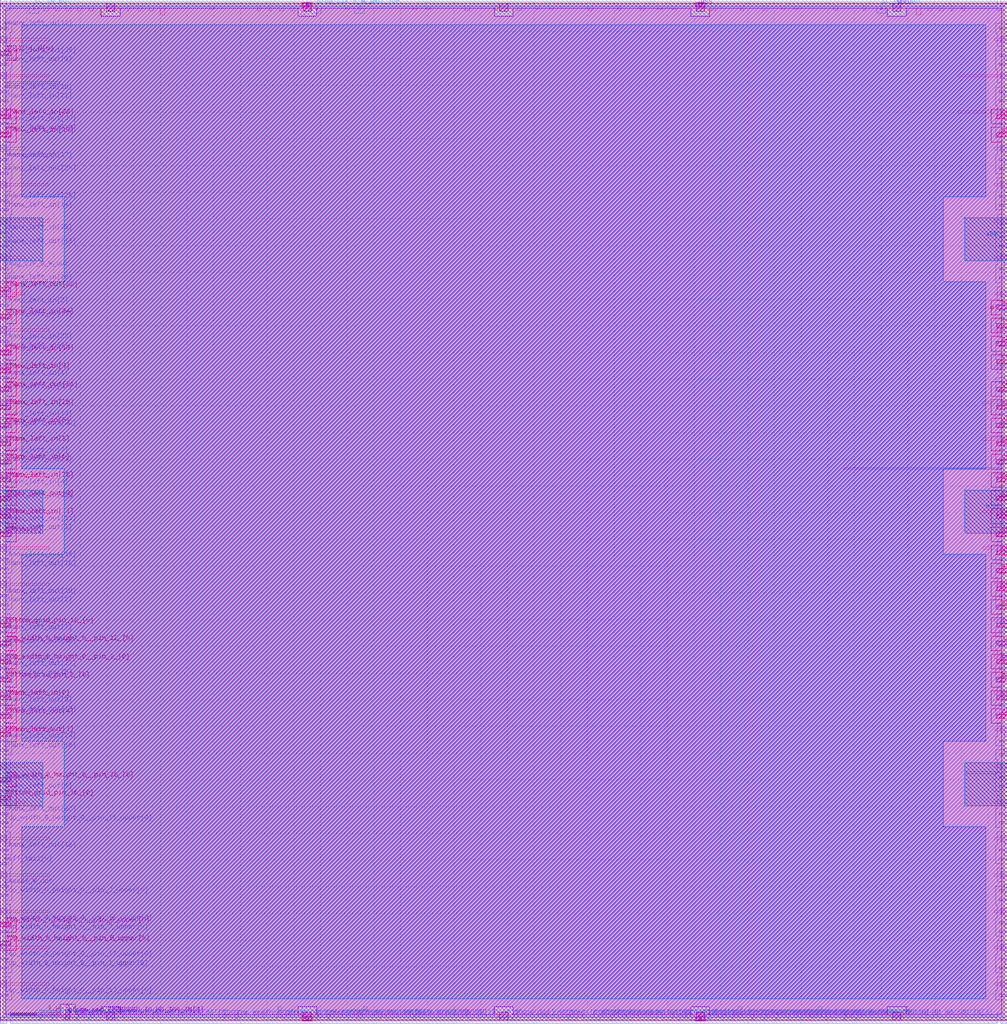
<source format=lef>
VERSION 5.7 ;
BUSBITCHARS "[]" ;

UNITS
  DATABASE MICRONS 1000 ;
END UNITS

MANUFACTURINGGRID 0.005 ;

LAYER li1
  TYPE ROUTING ;
  DIRECTION VERTICAL ;
  PITCH 0.46 ;
  WIDTH 0.17 ;
END li1

LAYER mcon
  TYPE CUT ;
END mcon

LAYER met1
  TYPE ROUTING ;
  DIRECTION HORIZONTAL ;
  PITCH 0.34 ;
  WIDTH 0.14 ;
END met1

LAYER via
  TYPE CUT ;
END via

LAYER met2
  TYPE ROUTING ;
  DIRECTION VERTICAL ;
  PITCH 0.46 ;
  WIDTH 0.14 ;
END met2

LAYER via2
  TYPE CUT ;
END via2

LAYER met3
  TYPE ROUTING ;
  DIRECTION HORIZONTAL ;
  PITCH 0.68 ;
  WIDTH 0.3 ;
END met3

LAYER via3
  TYPE CUT ;
END via3

LAYER met4
  TYPE ROUTING ;
  DIRECTION VERTICAL ;
  PITCH 0.92 ;
  WIDTH 0.3 ;
END met4

LAYER via4
  TYPE CUT ;
END via4

LAYER met5
  TYPE ROUTING ;
  DIRECTION HORIZONTAL ;
  PITCH 3.4 ;
  WIDTH 1.6 ;
END met5

LAYER nwell
  TYPE MASTERSLICE ;
END nwell

LAYER pwell
  TYPE MASTERSLICE ;
END pwell

LAYER OVERLAP
  TYPE OVERLAP ;
END OVERLAP

VIA L1M1_PR
  LAYER li1 ;
    RECT -0.085 -0.085 0.085 0.085 ;
  LAYER mcon ;
    RECT -0.085 -0.085 0.085 0.085 ;
  LAYER met1 ;
    RECT -0.145 -0.115 0.145 0.115 ;
END L1M1_PR

VIA L1M1_PR_R
  LAYER li1 ;
    RECT -0.085 -0.085 0.085 0.085 ;
  LAYER mcon ;
    RECT -0.085 -0.085 0.085 0.085 ;
  LAYER met1 ;
    RECT -0.115 -0.145 0.115 0.145 ;
END L1M1_PR_R

VIA L1M1_PR_M
  LAYER li1 ;
    RECT -0.085 -0.085 0.085 0.085 ;
  LAYER mcon ;
    RECT -0.085 -0.085 0.085 0.085 ;
  LAYER met1 ;
    RECT -0.115 -0.145 0.115 0.145 ;
END L1M1_PR_M

VIA L1M1_PR_MR
  LAYER li1 ;
    RECT -0.085 -0.085 0.085 0.085 ;
  LAYER mcon ;
    RECT -0.085 -0.085 0.085 0.085 ;
  LAYER met1 ;
    RECT -0.145 -0.115 0.145 0.115 ;
END L1M1_PR_MR

VIA L1M1_PR_C
  LAYER li1 ;
    RECT -0.085 -0.085 0.085 0.085 ;
  LAYER mcon ;
    RECT -0.085 -0.085 0.085 0.085 ;
  LAYER met1 ;
    RECT -0.145 -0.145 0.145 0.145 ;
END L1M1_PR_C

VIA M1M2_PR
  LAYER met1 ;
    RECT -0.16 -0.13 0.16 0.13 ;
  LAYER via ;
    RECT -0.075 -0.075 0.075 0.075 ;
  LAYER met2 ;
    RECT -0.13 -0.16 0.13 0.16 ;
END M1M2_PR

VIA M1M2_PR_Enc
  LAYER met1 ;
    RECT -0.16 -0.13 0.16 0.13 ;
  LAYER via ;
    RECT -0.075 -0.075 0.075 0.075 ;
  LAYER met2 ;
    RECT -0.16 -0.13 0.16 0.13 ;
END M1M2_PR_Enc

VIA M1M2_PR_R
  LAYER met1 ;
    RECT -0.13 -0.16 0.13 0.16 ;
  LAYER via ;
    RECT -0.075 -0.075 0.075 0.075 ;
  LAYER met2 ;
    RECT -0.16 -0.13 0.16 0.13 ;
END M1M2_PR_R

VIA M1M2_PR_R_Enc
  LAYER met1 ;
    RECT -0.13 -0.16 0.13 0.16 ;
  LAYER via ;
    RECT -0.075 -0.075 0.075 0.075 ;
  LAYER met2 ;
    RECT -0.13 -0.16 0.13 0.16 ;
END M1M2_PR_R_Enc

VIA M1M2_PR_M
  LAYER met1 ;
    RECT -0.16 -0.13 0.16 0.13 ;
  LAYER via ;
    RECT -0.075 -0.075 0.075 0.075 ;
  LAYER met2 ;
    RECT -0.16 -0.13 0.16 0.13 ;
END M1M2_PR_M

VIA M1M2_PR_M_Enc
  LAYER met1 ;
    RECT -0.16 -0.13 0.16 0.13 ;
  LAYER via ;
    RECT -0.075 -0.075 0.075 0.075 ;
  LAYER met2 ;
    RECT -0.13 -0.16 0.13 0.16 ;
END M1M2_PR_M_Enc

VIA M1M2_PR_MR
  LAYER met1 ;
    RECT -0.13 -0.16 0.13 0.16 ;
  LAYER via ;
    RECT -0.075 -0.075 0.075 0.075 ;
  LAYER met2 ;
    RECT -0.13 -0.16 0.13 0.16 ;
END M1M2_PR_MR

VIA M1M2_PR_MR_Enc
  LAYER met1 ;
    RECT -0.13 -0.16 0.13 0.16 ;
  LAYER via ;
    RECT -0.075 -0.075 0.075 0.075 ;
  LAYER met2 ;
    RECT -0.16 -0.13 0.16 0.13 ;
END M1M2_PR_MR_Enc

VIA M1M2_PR_C
  LAYER met1 ;
    RECT -0.16 -0.16 0.16 0.16 ;
  LAYER via ;
    RECT -0.075 -0.075 0.075 0.075 ;
  LAYER met2 ;
    RECT -0.16 -0.16 0.16 0.16 ;
END M1M2_PR_C

VIA M2M3_PR
  LAYER met2 ;
    RECT -0.14 -0.185 0.14 0.185 ;
  LAYER via2 ;
    RECT -0.1 -0.1 0.1 0.1 ;
  LAYER met3 ;
    RECT -0.165 -0.165 0.165 0.165 ;
END M2M3_PR

VIA M2M3_PR_R
  LAYER met2 ;
    RECT -0.185 -0.14 0.185 0.14 ;
  LAYER via2 ;
    RECT -0.1 -0.1 0.1 0.1 ;
  LAYER met3 ;
    RECT -0.165 -0.165 0.165 0.165 ;
END M2M3_PR_R

VIA M2M3_PR_M
  LAYER met2 ;
    RECT -0.14 -0.185 0.14 0.185 ;
  LAYER via2 ;
    RECT -0.1 -0.1 0.1 0.1 ;
  LAYER met3 ;
    RECT -0.165 -0.165 0.165 0.165 ;
END M2M3_PR_M

VIA M2M3_PR_MR
  LAYER met2 ;
    RECT -0.185 -0.14 0.185 0.14 ;
  LAYER via2 ;
    RECT -0.1 -0.1 0.1 0.1 ;
  LAYER met3 ;
    RECT -0.165 -0.165 0.165 0.165 ;
END M2M3_PR_MR

VIA M2M3_PR_C
  LAYER met2 ;
    RECT -0.185 -0.185 0.185 0.185 ;
  LAYER via2 ;
    RECT -0.1 -0.1 0.1 0.1 ;
  LAYER met3 ;
    RECT -0.165 -0.165 0.165 0.165 ;
END M2M3_PR_C

VIA M3M4_PR
  LAYER met3 ;
    RECT -0.19 -0.16 0.19 0.16 ;
  LAYER via3 ;
    RECT -0.1 -0.1 0.1 0.1 ;
  LAYER met4 ;
    RECT -0.165 -0.165 0.165 0.165 ;
END M3M4_PR

VIA M3M4_PR_R
  LAYER met3 ;
    RECT -0.16 -0.19 0.16 0.19 ;
  LAYER via3 ;
    RECT -0.1 -0.1 0.1 0.1 ;
  LAYER met4 ;
    RECT -0.165 -0.165 0.165 0.165 ;
END M3M4_PR_R

VIA M3M4_PR_M
  LAYER met3 ;
    RECT -0.19 -0.16 0.19 0.16 ;
  LAYER via3 ;
    RECT -0.1 -0.1 0.1 0.1 ;
  LAYER met4 ;
    RECT -0.165 -0.165 0.165 0.165 ;
END M3M4_PR_M

VIA M3M4_PR_MR
  LAYER met3 ;
    RECT -0.16 -0.19 0.16 0.19 ;
  LAYER via3 ;
    RECT -0.1 -0.1 0.1 0.1 ;
  LAYER met4 ;
    RECT -0.165 -0.165 0.165 0.165 ;
END M3M4_PR_MR

VIA M3M4_PR_C
  LAYER met3 ;
    RECT -0.19 -0.19 0.19 0.19 ;
  LAYER via3 ;
    RECT -0.1 -0.1 0.1 0.1 ;
  LAYER met4 ;
    RECT -0.165 -0.165 0.165 0.165 ;
END M3M4_PR_C

VIA M4M5_PR
  LAYER met4 ;
    RECT -0.59 -0.59 0.59 0.59 ;
  LAYER via4 ;
    RECT -0.4 -0.4 0.4 0.4 ;
  LAYER met5 ;
    RECT -0.71 -0.71 0.71 0.71 ;
END M4M5_PR

VIA M4M5_PR_R
  LAYER met4 ;
    RECT -0.59 -0.59 0.59 0.59 ;
  LAYER via4 ;
    RECT -0.4 -0.4 0.4 0.4 ;
  LAYER met5 ;
    RECT -0.71 -0.71 0.71 0.71 ;
END M4M5_PR_R

VIA M4M5_PR_M
  LAYER met4 ;
    RECT -0.59 -0.59 0.59 0.59 ;
  LAYER via4 ;
    RECT -0.4 -0.4 0.4 0.4 ;
  LAYER met5 ;
    RECT -0.71 -0.71 0.71 0.71 ;
END M4M5_PR_M

VIA M4M5_PR_MR
  LAYER met4 ;
    RECT -0.59 -0.59 0.59 0.59 ;
  LAYER via4 ;
    RECT -0.4 -0.4 0.4 0.4 ;
  LAYER met5 ;
    RECT -0.71 -0.71 0.71 0.71 ;
END M4M5_PR_MR

VIA M4M5_PR_C
  LAYER met4 ;
    RECT -0.59 -0.59 0.59 0.59 ;
  LAYER via4 ;
    RECT -0.4 -0.4 0.4 0.4 ;
  LAYER met5 ;
    RECT -0.71 -0.71 0.71 0.71 ;
END M4M5_PR_C

SITE unit
  CLASS CORE ;
  SYMMETRY Y ;
  SIZE 0.46 BY 2.72 ;
END unit

SITE unithddbl
  CLASS CORE ;
  SIZE 0.46 BY 5.44 ;
END unithddbl

MACRO cbx_1__0_
  CLASS BLOCK ;
  ORIGIN 0 0 ;
  SIZE 75.44 BY 76.16 ;
  SYMMETRY X Y ;
  PIN pReset[0]
    DIRECTION INPUT ;
    USE SIGNAL ;
    PORT
      LAYER met3 ;
        RECT 0 36.23 0.8 36.53 ;
    END
  END pReset[0]
  PIN chanx_left_in[0]
    DIRECTION INPUT ;
    USE SIGNAL ;
    PORT
      LAYER met3 ;
        RECT 0 23.99 0.8 24.29 ;
    END
  END chanx_left_in[0]
  PIN chanx_left_in[1]
    DIRECTION INPUT ;
    USE SIGNAL ;
    PORT
      LAYER met1 ;
        RECT 0 48.04 0.595 48.18 ;
    END
  END chanx_left_in[1]
  PIN chanx_left_in[2]
    DIRECTION INPUT ;
    USE SIGNAL ;
    PORT
      LAYER met1 ;
        RECT 0 53.48 0.595 53.62 ;
    END
  END chanx_left_in[2]
  PIN chanx_left_in[3]
    DIRECTION INPUT ;
    USE SIGNAL ;
    PORT
      LAYER met3 ;
        RECT 0 43.03 0.8 43.33 ;
    END
  END chanx_left_in[3]
  PIN chanx_left_in[4]
    DIRECTION INPUT ;
    USE SIGNAL ;
    PORT
      LAYER met1 ;
        RECT 0 39.88 0.595 40.02 ;
    END
  END chanx_left_in[4]
  PIN chanx_left_in[5]
    DIRECTION INPUT ;
    USE SIGNAL ;
    PORT
      LAYER met3 ;
        RECT 0 44.39 0.8 44.69 ;
    END
  END chanx_left_in[5]
  PIN chanx_left_in[6]
    DIRECTION INPUT ;
    USE SIGNAL ;
    PORT
      LAYER met3 ;
        RECT 0 41.67 0.8 41.97 ;
    END
  END chanx_left_in[6]
  PIN chanx_left_in[7]
    DIRECTION INPUT ;
    USE SIGNAL ;
    PORT
      LAYER met1 ;
        RECT 0 42.26 0.595 42.4 ;
    END
  END chanx_left_in[7]
  PIN chanx_left_in[8]
    DIRECTION INPUT ;
    USE SIGNAL ;
    PORT
      LAYER met3 ;
        RECT 0 48.47 0.8 48.77 ;
    END
  END chanx_left_in[8]
  PIN chanx_left_in[9]
    DIRECTION INPUT ;
    USE SIGNAL ;
    PORT
      LAYER met1 ;
        RECT 0 50.08 0.595 50.22 ;
    END
  END chanx_left_in[9]
  PIN chanx_left_in[10]
    DIRECTION INPUT ;
    USE SIGNAL ;
    PORT
      LAYER met3 ;
        RECT 0 66.15 0.8 66.45 ;
    END
  END chanx_left_in[10]
  PIN chanx_left_in[11]
    DIRECTION INPUT ;
    USE SIGNAL ;
    PORT
      LAYER met3 ;
        RECT 0 37.59 0.8 37.89 ;
    END
  END chanx_left_in[11]
  PIN chanx_left_in[12]
    DIRECTION INPUT ;
    USE SIGNAL ;
    PORT
      LAYER met1 ;
        RECT 0 74.22 0.595 74.36 ;
    END
  END chanx_left_in[12]
  PIN chanx_left_in[13]
    DIRECTION INPUT ;
    USE SIGNAL ;
    PORT
      LAYER met1 ;
        RECT 0 41.58 0.595 41.72 ;
    END
  END chanx_left_in[13]
  PIN chanx_left_in[14]
    DIRECTION INPUT ;
    USE SIGNAL ;
    PORT
      LAYER met1 ;
        RECT 0 60.62 0.595 60.76 ;
    END
  END chanx_left_in[14]
  PIN chanx_left_in[15]
    DIRECTION INPUT ;
    USE SIGNAL ;
    PORT
      LAYER met1 ;
        RECT 0 52.46 0.595 52.6 ;
    END
  END chanx_left_in[15]
  PIN chanx_left_in[16]
    DIRECTION INPUT ;
    USE SIGNAL ;
    PORT
      LAYER met1 ;
        RECT 0 69.46 0.595 69.6 ;
    END
  END chanx_left_in[16]
  PIN chanx_left_in[17]
    DIRECTION INPUT ;
    USE SIGNAL ;
    PORT
      LAYER met1 ;
        RECT 0 64.36 0.595 64.5 ;
    END
  END chanx_left_in[17]
  PIN chanx_left_in[18]
    DIRECTION INPUT ;
    USE SIGNAL ;
    PORT
      LAYER met3 ;
        RECT 0 49.83 0.8 50.13 ;
    END
  END chanx_left_in[18]
  PIN chanx_left_in[19]
    DIRECTION INPUT ;
    USE SIGNAL ;
    PORT
      LAYER met1 ;
        RECT 0 44.98 0.595 45.12 ;
    END
  END chanx_left_in[19]
  PIN chanx_left_in[20]
    DIRECTION INPUT ;
    USE SIGNAL ;
    PORT
      LAYER met1 ;
        RECT 0 55.18 0.595 55.32 ;
    END
  END chanx_left_in[20]
  PIN chanx_left_in[21]
    DIRECTION INPUT ;
    USE SIGNAL ;
    PORT
      LAYER met1 ;
        RECT 0 68.78 0.595 68.92 ;
    END
  END chanx_left_in[21]
  PIN chanx_left_in[22]
    DIRECTION INPUT ;
    USE SIGNAL ;
    PORT
      LAYER met3 ;
        RECT 0 67.51 0.8 67.81 ;
    END
  END chanx_left_in[22]
  PIN chanx_left_in[23]
    DIRECTION INPUT ;
    USE SIGNAL ;
    PORT
      LAYER met1 ;
        RECT 0 50.76 0.595 50.9 ;
    END
  END chanx_left_in[23]
  PIN chanx_left_in[24]
    DIRECTION INPUT ;
    USE SIGNAL ;
    PORT
      LAYER met3 ;
        RECT 0 52.55 0.8 52.85 ;
    END
  END chanx_left_in[24]
  PIN chanx_left_in[25]
    DIRECTION INPUT ;
    USE SIGNAL ;
    PORT
      LAYER met1 ;
        RECT 0 38.86 0.595 39 ;
    END
  END chanx_left_in[25]
  PIN chanx_left_in[26]
    DIRECTION INPUT ;
    USE SIGNAL ;
    PORT
      LAYER met3 ;
        RECT 0 45.75 0.8 46.05 ;
    END
  END chanx_left_in[26]
  PIN chanx_left_in[27]
    DIRECTION INPUT ;
    USE SIGNAL ;
    PORT
      LAYER met1 ;
        RECT 0 47.02 0.595 47.16 ;
    END
  END chanx_left_in[27]
  PIN chanx_left_in[28]
    DIRECTION INPUT ;
    USE SIGNAL ;
    PORT
      LAYER met3 ;
        RECT 0 40.31 0.8 40.61 ;
    END
  END chanx_left_in[28]
  PIN chanx_left_in[29]
    DIRECTION INPUT ;
    USE SIGNAL ;
    PORT
      LAYER met1 ;
        RECT 0 58.92 0.595 59.06 ;
    END
  END chanx_left_in[29]
  PIN chanx_right_in[0]
    DIRECTION INPUT ;
    USE SIGNAL ;
    PORT
      LAYER met1 ;
        RECT 74.845 1.8 75.44 1.94 ;
    END
  END chanx_right_in[0]
  PIN chanx_right_in[1]
    DIRECTION INPUT ;
    USE SIGNAL ;
    PORT
      LAYER met1 ;
        RECT 74.845 37.16 75.44 37.3 ;
    END
  END chanx_right_in[1]
  PIN chanx_right_in[2]
    DIRECTION INPUT ;
    USE SIGNAL ;
    PORT
      LAYER met3 ;
        RECT 74.64 50.51 75.44 50.81 ;
    END
  END chanx_right_in[2]
  PIN chanx_right_in[3]
    DIRECTION INPUT ;
    USE SIGNAL ;
    PORT
      LAYER met1 ;
        RECT 74.845 39.2 75.44 39.34 ;
    END
  END chanx_right_in[3]
  PIN chanx_right_in[4]
    DIRECTION INPUT ;
    USE SIGNAL ;
    PORT
      LAYER met1 ;
        RECT 74.845 31.04 75.44 31.18 ;
    END
  END chanx_right_in[4]
  PIN chanx_right_in[5]
    DIRECTION INPUT ;
    USE SIGNAL ;
    PORT
      LAYER met3 ;
        RECT 74.64 47.11 75.44 47.41 ;
    END
  END chanx_right_in[5]
  PIN chanx_right_in[6]
    DIRECTION INPUT ;
    USE SIGNAL ;
    PORT
      LAYER met3 ;
        RECT 74.64 43.03 75.44 43.33 ;
    END
  END chanx_right_in[6]
  PIN chanx_right_in[7]
    DIRECTION INPUT ;
    USE SIGNAL ;
    PORT
      LAYER met3 ;
        RECT 74.64 45.75 75.44 46.05 ;
    END
  END chanx_right_in[7]
  PIN chanx_right_in[8]
    DIRECTION INPUT ;
    USE SIGNAL ;
    PORT
      LAYER met3 ;
        RECT 74.64 49.15 75.44 49.45 ;
    END
  END chanx_right_in[8]
  PIN chanx_right_in[9]
    DIRECTION INPUT ;
    USE SIGNAL ;
    PORT
      LAYER met1 ;
        RECT 74.845 47.02 75.44 47.16 ;
    END
  END chanx_right_in[9]
  PIN chanx_right_in[10]
    DIRECTION INPUT ;
    USE SIGNAL ;
    PORT
      LAYER met1 ;
        RECT 74.845 56.2 75.44 56.34 ;
    END
  END chanx_right_in[10]
  PIN chanx_right_in[11]
    DIRECTION INPUT ;
    USE SIGNAL ;
    PORT
      LAYER met1 ;
        RECT 74.845 45.32 75.44 45.46 ;
    END
  END chanx_right_in[11]
  PIN chanx_right_in[12]
    DIRECTION INPUT ;
    USE SIGNAL ;
    PORT
      LAYER met1 ;
        RECT 74.845 52.46 75.44 52.6 ;
    END
  END chanx_right_in[12]
  PIN chanx_right_in[13]
    DIRECTION INPUT ;
    USE SIGNAL ;
    PORT
      LAYER met1 ;
        RECT 74.845 41.92 75.44 42.06 ;
    END
  END chanx_right_in[13]
  PIN chanx_right_in[14]
    DIRECTION INPUT ;
    USE SIGNAL ;
    PORT
      LAYER met1 ;
        RECT 74.845 36.48 75.44 36.62 ;
    END
  END chanx_right_in[14]
  PIN chanx_right_in[15]
    DIRECTION INPUT ;
    USE SIGNAL ;
    PORT
      LAYER met1 ;
        RECT 74.845 47.7 75.44 47.84 ;
    END
  END chanx_right_in[15]
  PIN chanx_right_in[16]
    DIRECTION INPUT ;
    USE SIGNAL ;
    PORT
      LAYER met1 ;
        RECT 74.845 64.36 75.44 64.5 ;
    END
  END chanx_right_in[16]
  PIN chanx_right_in[17]
    DIRECTION INPUT ;
    USE SIGNAL ;
    PORT
      LAYER met1 ;
        RECT 74.845 66.4 75.44 66.54 ;
    END
  END chanx_right_in[17]
  PIN chanx_right_in[18]
    DIRECTION INPUT ;
    USE SIGNAL ;
    PORT
      LAYER met3 ;
        RECT 74.64 22.63 75.44 22.93 ;
    END
  END chanx_right_in[18]
  PIN chanx_right_in[19]
    DIRECTION INPUT ;
    USE SIGNAL ;
    PORT
      LAYER met1 ;
        RECT 74.845 50.42 75.44 50.56 ;
    END
  END chanx_right_in[19]
  PIN chanx_right_in[20]
    DIRECTION INPUT ;
    USE SIGNAL ;
    PORT
      LAYER met1 ;
        RECT 74.845 25.6 75.44 25.74 ;
    END
  END chanx_right_in[20]
  PIN chanx_right_in[21]
    DIRECTION INPUT ;
    USE SIGNAL ;
    PORT
      LAYER met1 ;
        RECT 74.845 57.9 75.44 58.04 ;
    END
  END chanx_right_in[21]
  PIN chanx_right_in[22]
    DIRECTION INPUT ;
    USE SIGNAL ;
    PORT
      LAYER met3 ;
        RECT 74.64 44.39 75.44 44.69 ;
    END
  END chanx_right_in[22]
  PIN chanx_right_in[23]
    DIRECTION INPUT ;
    USE SIGNAL ;
    PORT
      LAYER met1 ;
        RECT 74.845 44.64 75.44 44.78 ;
    END
  END chanx_right_in[23]
  PIN chanx_right_in[24]
    DIRECTION INPUT ;
    USE SIGNAL ;
    PORT
      LAYER met1 ;
        RECT 74.845 39.88 75.44 40.02 ;
    END
  END chanx_right_in[24]
  PIN chanx_right_in[25]
    DIRECTION INPUT ;
    USE SIGNAL ;
    PORT
      LAYER met1 ;
        RECT 74.845 23.56 75.44 23.7 ;
    END
  END chanx_right_in[25]
  PIN chanx_right_in[26]
    DIRECTION INPUT ;
    USE SIGNAL ;
    PORT
      LAYER met3 ;
        RECT 74.64 23.99 75.44 24.29 ;
    END
  END chanx_right_in[26]
  PIN chanx_right_in[27]
    DIRECTION INPUT ;
    USE SIGNAL ;
    PORT
      LAYER met1 ;
        RECT 74.845 27.98 75.44 28.12 ;
    END
  END chanx_right_in[27]
  PIN chanx_right_in[28]
    DIRECTION INPUT ;
    USE SIGNAL ;
    PORT
      LAYER met1 ;
        RECT 74.845 33.42 75.44 33.56 ;
    END
  END chanx_right_in[28]
  PIN chanx_right_in[29]
    DIRECTION INPUT ;
    USE SIGNAL ;
    PORT
      LAYER met1 ;
        RECT 74.845 55.52 75.44 55.66 ;
    END
  END chanx_right_in[29]
  PIN ccff_head[0]
    DIRECTION INPUT ;
    USE SIGNAL ;
    PORT
      LAYER met1 ;
        RECT 74.845 18.12 75.44 18.26 ;
    END
  END ccff_head[0]
  PIN chanx_left_out[0]
    DIRECTION OUTPUT ;
    USE SIGNAL ;
    PORT
      LAYER met1 ;
        RECT 0 23.56 0.595 23.7 ;
    END
  END chanx_left_out[0]
  PIN chanx_left_out[1]
    DIRECTION OUTPUT ;
    USE SIGNAL ;
    PORT
      LAYER met3 ;
        RECT 0 21.27 0.8 21.57 ;
    END
  END chanx_left_out[1]
  PIN chanx_left_out[2]
    DIRECTION OUTPUT ;
    USE SIGNAL ;
    PORT
      LAYER met1 ;
        RECT 0 31.04 0.595 31.18 ;
    END
  END chanx_left_out[2]
  PIN chanx_left_out[3]
    DIRECTION OUTPUT ;
    USE SIGNAL ;
    PORT
      LAYER met1 ;
        RECT 0 36.48 0.595 36.62 ;
    END
  END chanx_left_out[3]
  PIN chanx_left_out[4]
    DIRECTION OUTPUT ;
    USE SIGNAL ;
    PORT
      LAYER met3 ;
        RECT 0 22.63 0.8 22.93 ;
    END
  END chanx_left_out[4]
  PIN chanx_left_out[5]
    DIRECTION OUTPUT ;
    USE SIGNAL ;
    PORT
      LAYER met1 ;
        RECT 0 25.6 0.595 25.74 ;
    END
  END chanx_left_out[5]
  PIN chanx_left_out[6]
    DIRECTION OUTPUT ;
    USE SIGNAL ;
    PORT
      LAYER met1 ;
        RECT 0 17.1 0.595 17.24 ;
    END
  END chanx_left_out[6]
  PIN chanx_left_out[7]
    DIRECTION OUTPUT ;
    USE SIGNAL ;
    PORT
      LAYER met1 ;
        RECT 0 29 0.595 29.14 ;
    END
  END chanx_left_out[7]
  PIN chanx_left_out[8]
    DIRECTION OUTPUT ;
    USE SIGNAL ;
    PORT
      LAYER met3 ;
        RECT 0 38.95 0.8 39.25 ;
    END
  END chanx_left_out[8]
  PIN chanx_left_out[9]
    DIRECTION OUTPUT ;
    USE SIGNAL ;
    PORT
      LAYER met1 ;
        RECT 0 71.5 0.595 71.64 ;
    END
  END chanx_left_out[9]
  PIN chanx_left_out[10]
    DIRECTION OUTPUT ;
    USE SIGNAL ;
    PORT
      LAYER met1 ;
        RECT 0 66.4 0.595 66.54 ;
    END
  END chanx_left_out[10]
  PIN chanx_left_out[11]
    DIRECTION OUTPUT ;
    USE SIGNAL ;
    PORT
      LAYER met1 ;
        RECT 0 37.16 0.595 37.3 ;
    END
  END chanx_left_out[11]
  PIN chanx_left_out[12]
    DIRECTION OUTPUT ;
    USE SIGNAL ;
    PORT
      LAYER met1 ;
        RECT 0 12.68 0.595 12.82 ;
    END
  END chanx_left_out[12]
  PIN chanx_left_out[13]
    DIRECTION OUTPUT ;
    USE SIGNAL ;
    PORT
      LAYER met1 ;
        RECT 0 57.9 0.595 58.04 ;
    END
  END chanx_left_out[13]
  PIN chanx_left_out[14]
    DIRECTION OUTPUT ;
    USE SIGNAL ;
    PORT
      LAYER met1 ;
        RECT 0 34.44 0.595 34.58 ;
    END
  END chanx_left_out[14]
  PIN chanx_left_out[15]
    DIRECTION OUTPUT ;
    USE SIGNAL ;
    PORT
      LAYER met1 ;
        RECT 0 31.72 0.595 31.86 ;
    END
  END chanx_left_out[15]
  PIN chanx_left_out[16]
    DIRECTION OUTPUT ;
    USE SIGNAL ;
    PORT
      LAYER met1 ;
        RECT 0 33.76 0.595 33.9 ;
    END
  END chanx_left_out[16]
  PIN chanx_left_out[17]
    DIRECTION OUTPUT ;
    USE SIGNAL ;
    PORT
      LAYER met1 ;
        RECT 0 22.88 0.595 23.02 ;
    END
  END chanx_left_out[17]
  PIN chanx_left_out[18]
    DIRECTION OUTPUT ;
    USE SIGNAL ;
    PORT
      LAYER met1 ;
        RECT 0 20.16 0.595 20.3 ;
    END
  END chanx_left_out[18]
  PIN chanx_left_out[19]
    DIRECTION OUTPUT ;
    USE SIGNAL ;
    PORT
      LAYER met1 ;
        RECT 0 27.98 0.595 28.12 ;
    END
  END chanx_left_out[19]
  PIN chanx_left_out[20]
    DIRECTION OUTPUT ;
    USE SIGNAL ;
    PORT
      LAYER met1 ;
        RECT 0 63.34 0.595 63.48 ;
    END
  END chanx_left_out[20]
  PIN chanx_left_out[21]
    DIRECTION OUTPUT ;
    USE SIGNAL ;
    PORT
      LAYER met3 ;
        RECT 0 47.11 0.8 47.41 ;
    END
  END chanx_left_out[21]
  PIN chanx_left_out[22]
    DIRECTION OUTPUT ;
    USE SIGNAL ;
    PORT
      LAYER met3 ;
        RECT 0 54.59 0.8 54.89 ;
    END
  END chanx_left_out[22]
  PIN chanx_left_out[23]
    DIRECTION OUTPUT ;
    USE SIGNAL ;
    PORT
      LAYER met1 ;
        RECT 0 15.4 0.595 15.54 ;
    END
  END chanx_left_out[23]
  PIN chanx_left_out[24]
    DIRECTION OUTPUT ;
    USE SIGNAL ;
    PORT
      LAYER met1 ;
        RECT 0 20.84 0.595 20.98 ;
    END
  END chanx_left_out[24]
  PIN chanx_left_out[25]
    DIRECTION OUTPUT ;
    USE SIGNAL ;
    PORT
      LAYER met1 ;
        RECT 0 72.18 0.595 72.32 ;
    END
  END chanx_left_out[25]
  PIN chanx_left_out[26]
    DIRECTION OUTPUT ;
    USE SIGNAL ;
    PORT
      LAYER met1 ;
        RECT 0 61.3 0.595 61.44 ;
    END
  END chanx_left_out[26]
  PIN chanx_left_out[27]
    DIRECTION OUTPUT ;
    USE SIGNAL ;
    PORT
      LAYER met1 ;
        RECT 0 26.28 0.595 26.42 ;
    END
  END chanx_left_out[27]
  PIN chanx_left_out[28]
    DIRECTION OUTPUT ;
    USE SIGNAL ;
    PORT
      LAYER met1 ;
        RECT 0 44.3 0.595 44.44 ;
    END
  END chanx_left_out[28]
  PIN chanx_left_out[29]
    DIRECTION OUTPUT ;
    USE SIGNAL ;
    PORT
      LAYER met1 ;
        RECT 0 67.08 0.595 67.22 ;
    END
  END chanx_left_out[29]
  PIN chanx_right_out[0]
    DIRECTION OUTPUT ;
    USE SIGNAL ;
    PORT
      LAYER met1 ;
        RECT 74.845 20.84 75.44 20.98 ;
    END
  END chanx_right_out[0]
  PIN chanx_right_out[1]
    DIRECTION OUTPUT ;
    USE SIGNAL ;
    PORT
      LAYER met1 ;
        RECT 74.845 31.72 75.44 31.86 ;
    END
  END chanx_right_out[1]
  PIN chanx_right_out[2]
    DIRECTION OUTPUT ;
    USE SIGNAL ;
    PORT
      LAYER met1 ;
        RECT 74.845 63.68 75.44 63.82 ;
    END
  END chanx_right_out[2]
  PIN chanx_right_out[3]
    DIRECTION OUTPUT ;
    USE SIGNAL ;
    PORT
      LAYER met1 ;
        RECT 74.845 29 75.44 29.14 ;
    END
  END chanx_right_out[3]
  PIN chanx_right_out[4]
    DIRECTION OUTPUT ;
    USE SIGNAL ;
    PORT
      LAYER met1 ;
        RECT 74.845 42.6 75.44 42.74 ;
    END
  END chanx_right_out[4]
  PIN chanx_right_out[5]
    DIRECTION OUTPUT ;
    USE SIGNAL ;
    PORT
      LAYER met1 ;
        RECT 74.845 12 75.44 12.14 ;
    END
  END chanx_right_out[5]
  PIN chanx_right_out[6]
    DIRECTION OUTPUT ;
    USE SIGNAL ;
    PORT
      LAYER met3 ;
        RECT 74.64 30.79 75.44 31.09 ;
    END
  END chanx_right_out[6]
  PIN chanx_right_out[7]
    DIRECTION OUTPUT ;
    USE SIGNAL ;
    PORT
      LAYER met3 ;
        RECT 74.64 37.59 75.44 37.89 ;
    END
  END chanx_right_out[7]
  PIN chanx_right_out[8]
    DIRECTION OUTPUT ;
    USE SIGNAL ;
    PORT
      LAYER met3 ;
        RECT 74.64 32.15 75.44 32.45 ;
    END
  END chanx_right_out[8]
  PIN chanx_right_out[9]
    DIRECTION OUTPUT ;
    USE SIGNAL ;
    PORT
      LAYER met1 ;
        RECT 74.845 61.64 75.44 61.78 ;
    END
  END chanx_right_out[9]
  PIN chanx_right_out[10]
    DIRECTION OUTPUT ;
    USE SIGNAL ;
    PORT
      LAYER met3 ;
        RECT 74.64 38.95 75.44 39.25 ;
    END
  END chanx_right_out[10]
  PIN chanx_right_out[11]
    DIRECTION OUTPUT ;
    USE SIGNAL ;
    PORT
      LAYER met3 ;
        RECT 74.64 41.67 75.44 41.97 ;
    END
  END chanx_right_out[11]
  PIN chanx_right_out[12]
    DIRECTION OUTPUT ;
    USE SIGNAL ;
    PORT
      LAYER met3 ;
        RECT 74.64 33.51 75.44 33.81 ;
    END
  END chanx_right_out[12]
  PIN chanx_right_out[13]
    DIRECTION OUTPUT ;
    USE SIGNAL ;
    PORT
      LAYER met1 ;
        RECT 74.845 58.58 75.44 58.72 ;
    END
  END chanx_right_out[13]
  PIN chanx_right_out[14]
    DIRECTION OUTPUT ;
    USE SIGNAL ;
    PORT
      LAYER met1 ;
        RECT 74.845 69.46 75.44 69.6 ;
    END
  END chanx_right_out[14]
  PIN chanx_right_out[15]
    DIRECTION OUTPUT ;
    USE SIGNAL ;
    PORT
      LAYER met3 ;
        RECT 74.64 66.15 75.44 66.45 ;
    END
  END chanx_right_out[15]
  PIN chanx_right_out[16]
    DIRECTION OUTPUT ;
    USE SIGNAL ;
    PORT
      LAYER met1 ;
        RECT 74.845 71.5 75.44 71.64 ;
    END
  END chanx_right_out[16]
  PIN chanx_right_out[17]
    DIRECTION OUTPUT ;
    USE SIGNAL ;
    PORT
      LAYER met1 ;
        RECT 74.845 72.18 75.44 72.32 ;
    END
  END chanx_right_out[17]
  PIN chanx_right_out[18]
    DIRECTION OUTPUT ;
    USE SIGNAL ;
    PORT
      LAYER met3 ;
        RECT 74.64 36.23 75.44 36.53 ;
    END
  END chanx_right_out[18]
  PIN chanx_right_out[19]
    DIRECTION OUTPUT ;
    USE SIGNAL ;
    PORT
      LAYER met1 ;
        RECT 74.845 53.14 75.44 53.28 ;
    END
  END chanx_right_out[19]
  PIN chanx_right_out[20]
    DIRECTION OUTPUT ;
    USE SIGNAL ;
    PORT
      LAYER met3 ;
        RECT 74.64 34.87 75.44 35.17 ;
    END
  END chanx_right_out[20]
  PIN chanx_right_out[21]
    DIRECTION OUTPUT ;
    USE SIGNAL ;
    PORT
      LAYER met1 ;
        RECT 74.845 60.96 75.44 61.1 ;
    END
  END chanx_right_out[21]
  PIN chanx_right_out[22]
    DIRECTION OUTPUT ;
    USE SIGNAL ;
    PORT
      LAYER met3 ;
        RECT 74.64 40.31 75.44 40.61 ;
    END
  END chanx_right_out[22]
  PIN chanx_right_out[23]
    DIRECTION OUTPUT ;
    USE SIGNAL ;
    PORT
      LAYER met1 ;
        RECT 74.845 34.44 75.44 34.58 ;
    END
  END chanx_right_out[23]
  PIN chanx_right_out[24]
    DIRECTION OUTPUT ;
    USE SIGNAL ;
    PORT
      LAYER met1 ;
        RECT 74.845 26.28 75.44 26.42 ;
    END
  END chanx_right_out[24]
  PIN chanx_right_out[25]
    DIRECTION OUTPUT ;
    USE SIGNAL ;
    PORT
      LAYER met3 ;
        RECT 74.64 67.51 75.44 67.81 ;
    END
  END chanx_right_out[25]
  PIN chanx_right_out[26]
    DIRECTION OUTPUT ;
    USE SIGNAL ;
    PORT
      LAYER met1 ;
        RECT 74.845 22.88 75.44 23.02 ;
    END
  END chanx_right_out[26]
  PIN chanx_right_out[27]
    DIRECTION OUTPUT ;
    USE SIGNAL ;
    PORT
      LAYER met1 ;
        RECT 74.845 49.74 75.44 49.88 ;
    END
  END chanx_right_out[27]
  PIN chanx_right_out[28]
    DIRECTION OUTPUT ;
    USE SIGNAL ;
    PORT
      LAYER met1 ;
        RECT 74.845 68.78 75.44 68.92 ;
    END
  END chanx_right_out[28]
  PIN chanx_right_out[29]
    DIRECTION OUTPUT ;
    USE SIGNAL ;
    PORT
      LAYER met1 ;
        RECT 74.845 67.08 75.44 67.22 ;
    END
  END chanx_right_out[29]
  PIN bottom_grid_pin_0_[0]
    DIRECTION OUTPUT ;
    USE SIGNAL ;
    PORT
      LAYER met2 ;
        RECT 61.8 0 61.94 0.485 ;
    END
  END bottom_grid_pin_0_[0]
  PIN bottom_grid_pin_2_[0]
    DIRECTION OUTPUT ;
    USE SIGNAL ;
    PORT
      LAYER met3 ;
        RECT 0 25.35 0.8 25.65 ;
    END
  END bottom_grid_pin_2_[0]
  PIN bottom_grid_pin_4_[0]
    DIRECTION OUTPUT ;
    USE SIGNAL ;
    PORT
      LAYER met3 ;
        RECT 74.64 25.35 75.44 25.65 ;
    END
  END bottom_grid_pin_4_[0]
  PIN bottom_grid_pin_6_[0]
    DIRECTION OUTPUT ;
    USE SIGNAL ;
    PORT
      LAYER met2 ;
        RECT 60.88 0 61.02 0.485 ;
    END
  END bottom_grid_pin_6_[0]
  PIN bottom_grid_pin_8_[0]
    DIRECTION OUTPUT ;
    USE SIGNAL ;
    PORT
      LAYER met3 ;
        RECT 74.64 26.71 75.44 27.01 ;
    END
  END bottom_grid_pin_8_[0]
  PIN bottom_grid_pin_10_[0]
    DIRECTION OUTPUT ;
    USE SIGNAL ;
    PORT
      LAYER met3 ;
        RECT 74.64 53.23 75.44 53.53 ;
    END
  END bottom_grid_pin_10_[0]
  PIN bottom_grid_pin_12_[0]
    DIRECTION OUTPUT ;
    USE SIGNAL ;
    PORT
      LAYER met3 ;
        RECT 0 29.43 0.8 29.73 ;
    END
  END bottom_grid_pin_12_[0]
  PIN bottom_grid_pin_14_[0]
    DIRECTION OUTPUT ;
    USE SIGNAL ;
    PORT
      LAYER met2 ;
        RECT 16.72 0 16.86 0.485 ;
    END
  END bottom_grid_pin_14_[0]
  PIN bottom_grid_pin_16_[0]
    DIRECTION OUTPUT ;
    USE SIGNAL ;
    PORT
      LAYER met3 ;
        RECT 0 16.51 0.8 16.81 ;
    END
  END bottom_grid_pin_16_[0]
  PIN ccff_tail[0]
    DIRECTION OUTPUT ;
    USE SIGNAL ;
    PORT
      LAYER met1 ;
        RECT 0 11.66 0.595 11.8 ;
    END
  END ccff_tail[0]
  PIN IO_ISOL_N[0]
    DIRECTION INPUT ;
    USE SIGNAL ;
    PORT
      LAYER met3 ;
        RECT 0 72.27 0.8 72.57 ;
    END
  END IO_ISOL_N[0]
  PIN gfpga_pad_EMBEDDED_IO_HD_SOC_IN[0]
    DIRECTION INPUT ;
    USE SIGNAL ;
    PORT
      LAYER met2 ;
        RECT 25.92 0 26.06 0.485 ;
    END
  END gfpga_pad_EMBEDDED_IO_HD_SOC_IN[0]
  PIN gfpga_pad_EMBEDDED_IO_HD_SOC_IN[1]
    DIRECTION INPUT ;
    USE SIGNAL ;
    PORT
      LAYER met2 ;
        RECT 26.84 0 26.98 0.485 ;
    END
  END gfpga_pad_EMBEDDED_IO_HD_SOC_IN[1]
  PIN gfpga_pad_EMBEDDED_IO_HD_SOC_IN[2]
    DIRECTION INPUT ;
    USE SIGNAL ;
    PORT
      LAYER met2 ;
        RECT 57.2 0 57.34 0.485 ;
    END
  END gfpga_pad_EMBEDDED_IO_HD_SOC_IN[2]
  PIN gfpga_pad_EMBEDDED_IO_HD_SOC_IN[3]
    DIRECTION INPUT ;
    USE SIGNAL ;
    PORT
      LAYER met2 ;
        RECT 64.1 0 64.24 0.485 ;
    END
  END gfpga_pad_EMBEDDED_IO_HD_SOC_IN[3]
  PIN gfpga_pad_EMBEDDED_IO_HD_SOC_IN[4]
    DIRECTION INPUT ;
    USE SIGNAL ;
    PORT
      LAYER met2 ;
        RECT 59.96 0 60.1 0.485 ;
    END
  END gfpga_pad_EMBEDDED_IO_HD_SOC_IN[4]
  PIN gfpga_pad_EMBEDDED_IO_HD_SOC_IN[5]
    DIRECTION INPUT ;
    USE SIGNAL ;
    PORT
      LAYER met2 ;
        RECT 53.06 0 53.2 0.485 ;
    END
  END gfpga_pad_EMBEDDED_IO_HD_SOC_IN[5]
  PIN gfpga_pad_EMBEDDED_IO_HD_SOC_IN[6]
    DIRECTION INPUT ;
    USE SIGNAL ;
    PORT
      LAYER met2 ;
        RECT 44.78 0 44.92 0.485 ;
    END
  END gfpga_pad_EMBEDDED_IO_HD_SOC_IN[6]
  PIN gfpga_pad_EMBEDDED_IO_HD_SOC_IN[7]
    DIRECTION INPUT ;
    USE SIGNAL ;
    PORT
      LAYER met2 ;
        RECT 5.68 0 5.82 0.485 ;
    END
  END gfpga_pad_EMBEDDED_IO_HD_SOC_IN[7]
  PIN gfpga_pad_EMBEDDED_IO_HD_SOC_IN[8]
    DIRECTION INPUT ;
    USE SIGNAL ;
    PORT
      LAYER met4 ;
        RECT 4.91 0 5.21 0.8 ;
    END
  END gfpga_pad_EMBEDDED_IO_HD_SOC_IN[8]
  PIN gfpga_pad_EMBEDDED_IO_HD_SOC_OUT[0]
    DIRECTION OUTPUT ;
    USE SIGNAL ;
    PORT
      LAYER met2 ;
        RECT 30.98 0 31.12 0.485 ;
    END
  END gfpga_pad_EMBEDDED_IO_HD_SOC_OUT[0]
  PIN gfpga_pad_EMBEDDED_IO_HD_SOC_OUT[1]
    DIRECTION OUTPUT ;
    USE SIGNAL ;
    PORT
      LAYER met2 ;
        RECT 23.62 0 23.76 0.485 ;
    END
  END gfpga_pad_EMBEDDED_IO_HD_SOC_OUT[1]
  PIN gfpga_pad_EMBEDDED_IO_HD_SOC_OUT[2]
    DIRECTION OUTPUT ;
    USE SIGNAL ;
    PORT
      LAYER met2 ;
        RECT 53.98 0 54.12 0.485 ;
    END
  END gfpga_pad_EMBEDDED_IO_HD_SOC_OUT[2]
  PIN gfpga_pad_EMBEDDED_IO_HD_SOC_OUT[3]
    DIRECTION OUTPUT ;
    USE SIGNAL ;
    PORT
      LAYER met2 ;
        RECT 63.18 0 63.32 0.485 ;
    END
  END gfpga_pad_EMBEDDED_IO_HD_SOC_OUT[3]
  PIN gfpga_pad_EMBEDDED_IO_HD_SOC_OUT[4]
    DIRECTION OUTPUT ;
    USE SIGNAL ;
    PORT
      LAYER met2 ;
        RECT 56.28 0 56.42 0.485 ;
    END
  END gfpga_pad_EMBEDDED_IO_HD_SOC_OUT[4]
  PIN gfpga_pad_EMBEDDED_IO_HD_SOC_OUT[5]
    DIRECTION OUTPUT ;
    USE SIGNAL ;
    PORT
      LAYER met2 ;
        RECT 50.76 0 50.9 0.485 ;
    END
  END gfpga_pad_EMBEDDED_IO_HD_SOC_OUT[5]
  PIN gfpga_pad_EMBEDDED_IO_HD_SOC_OUT[6]
    DIRECTION OUTPUT ;
    USE SIGNAL ;
    PORT
      LAYER met2 ;
        RECT 42.48 0 42.62 0.485 ;
    END
  END gfpga_pad_EMBEDDED_IO_HD_SOC_OUT[6]
  PIN gfpga_pad_EMBEDDED_IO_HD_SOC_OUT[7]
    DIRECTION OUTPUT ;
    USE SIGNAL ;
    PORT
      LAYER met2 ;
        RECT 3.84 0 3.98 0.485 ;
    END
  END gfpga_pad_EMBEDDED_IO_HD_SOC_OUT[7]
  PIN gfpga_pad_EMBEDDED_IO_HD_SOC_OUT[8]
    DIRECTION OUTPUT ;
    USE SIGNAL ;
    PORT
      LAYER met2 ;
        RECT 6.6 0 6.74 0.485 ;
    END
  END gfpga_pad_EMBEDDED_IO_HD_SOC_OUT[8]
  PIN gfpga_pad_EMBEDDED_IO_HD_SOC_DIR[0]
    DIRECTION OUTPUT ;
    USE SIGNAL ;
    PORT
      LAYER met2 ;
        RECT 21.32 0 21.46 0.485 ;
    END
  END gfpga_pad_EMBEDDED_IO_HD_SOC_DIR[0]
  PIN gfpga_pad_EMBEDDED_IO_HD_SOC_DIR[1]
    DIRECTION OUTPUT ;
    USE SIGNAL ;
    PORT
      LAYER met2 ;
        RECT 24.54 0 24.68 0.485 ;
    END
  END gfpga_pad_EMBEDDED_IO_HD_SOC_DIR[1]
  PIN gfpga_pad_EMBEDDED_IO_HD_SOC_DIR[2]
    DIRECTION OUTPUT ;
    USE SIGNAL ;
    PORT
      LAYER met2 ;
        RECT 45.7 0 45.84 0.485 ;
    END
  END gfpga_pad_EMBEDDED_IO_HD_SOC_DIR[2]
  PIN gfpga_pad_EMBEDDED_IO_HD_SOC_DIR[3]
    DIRECTION OUTPUT ;
    USE SIGNAL ;
    PORT
      LAYER met2 ;
        RECT 54.9 0 55.04 0.485 ;
    END
  END gfpga_pad_EMBEDDED_IO_HD_SOC_DIR[3]
  PIN gfpga_pad_EMBEDDED_IO_HD_SOC_DIR[4]
    DIRECTION OUTPUT ;
    USE SIGNAL ;
    PORT
      LAYER met2 ;
        RECT 51.68 0 51.82 0.485 ;
    END
  END gfpga_pad_EMBEDDED_IO_HD_SOC_DIR[4]
  PIN gfpga_pad_EMBEDDED_IO_HD_SOC_DIR[5]
    DIRECTION OUTPUT ;
    USE SIGNAL ;
    PORT
      LAYER met2 ;
        RECT 46.62 0 46.76 0.485 ;
    END
  END gfpga_pad_EMBEDDED_IO_HD_SOC_DIR[5]
  PIN gfpga_pad_EMBEDDED_IO_HD_SOC_DIR[6]
    DIRECTION OUTPUT ;
    USE SIGNAL ;
    PORT
      LAYER met2 ;
        RECT 38.34 0 38.48 0.485 ;
    END
  END gfpga_pad_EMBEDDED_IO_HD_SOC_DIR[6]
  PIN gfpga_pad_EMBEDDED_IO_HD_SOC_DIR[7]
    DIRECTION OUTPUT ;
    USE SIGNAL ;
    PORT
      LAYER met2 ;
        RECT 4.76 0 4.9 0.485 ;
    END
  END gfpga_pad_EMBEDDED_IO_HD_SOC_DIR[7]
  PIN gfpga_pad_EMBEDDED_IO_HD_SOC_DIR[8]
    DIRECTION OUTPUT ;
    USE SIGNAL ;
    PORT
      LAYER met2 ;
        RECT 2.92 0 3.06 0.485 ;
    END
  END gfpga_pad_EMBEDDED_IO_HD_SOC_DIR[8]
  PIN top_width_0_height_0__pin_0_[0]
    DIRECTION INPUT ;
    USE SIGNAL ;
    PORT
      LAYER met2 ;
        RECT 59.04 0 59.18 0.485 ;
    END
  END top_width_0_height_0__pin_0_[0]
  PIN top_width_0_height_0__pin_2_[0]
    DIRECTION INPUT ;
    USE SIGNAL ;
    PORT
      LAYER met3 ;
        RECT 0 26.71 0.8 27.01 ;
    END
  END top_width_0_height_0__pin_2_[0]
  PIN top_width_0_height_0__pin_4_[0]
    DIRECTION INPUT ;
    USE SIGNAL ;
    PORT
      LAYER met3 ;
        RECT 74.64 28.07 75.44 28.37 ;
    END
  END top_width_0_height_0__pin_4_[0]
  PIN top_width_0_height_0__pin_6_[0]
    DIRECTION INPUT ;
    USE SIGNAL ;
    PORT
      LAYER met2 ;
        RECT 58.12 0 58.26 0.485 ;
    END
  END top_width_0_height_0__pin_6_[0]
  PIN top_width_0_height_0__pin_8_[0]
    DIRECTION INPUT ;
    USE SIGNAL ;
    PORT
      LAYER met3 ;
        RECT 74.64 29.43 75.44 29.73 ;
    END
  END top_width_0_height_0__pin_8_[0]
  PIN top_width_0_height_0__pin_10_[0]
    DIRECTION INPUT ;
    USE SIGNAL ;
    PORT
      LAYER met3 ;
        RECT 74.64 51.87 75.44 52.17 ;
    END
  END top_width_0_height_0__pin_10_[0]
  PIN top_width_0_height_0__pin_12_[0]
    DIRECTION INPUT ;
    USE SIGNAL ;
    PORT
      LAYER met3 ;
        RECT 0 28.07 0.8 28.37 ;
    END
  END top_width_0_height_0__pin_12_[0]
  PIN top_width_0_height_0__pin_14_[0]
    DIRECTION INPUT ;
    USE SIGNAL ;
    PORT
      LAYER met2 ;
        RECT 17.64 0 17.78 0.485 ;
    END
  END top_width_0_height_0__pin_14_[0]
  PIN top_width_0_height_0__pin_16_[0]
    DIRECTION INPUT ;
    USE SIGNAL ;
    PORT
      LAYER met3 ;
        RECT 0 17.87 0.8 18.17 ;
    END
  END top_width_0_height_0__pin_16_[0]
  PIN top_width_0_height_0__pin_1_upper[0]
    DIRECTION OUTPUT ;
    USE SIGNAL ;
    PORT
      LAYER met1 ;
        RECT 0 3.84 0.595 3.98 ;
    END
  END top_width_0_height_0__pin_1_upper[0]
  PIN top_width_0_height_0__pin_1_lower[0]
    DIRECTION OUTPUT ;
    USE SIGNAL ;
    PORT
      LAYER met1 ;
        RECT 74.845 4.52 75.44 4.66 ;
    END
  END top_width_0_height_0__pin_1_lower[0]
  PIN top_width_0_height_0__pin_3_upper[0]
    DIRECTION OUTPUT ;
    USE SIGNAL ;
    PORT
      LAYER met1 ;
        RECT 0 9.28 0.595 9.42 ;
    END
  END top_width_0_height_0__pin_3_upper[0]
  PIN top_width_0_height_0__pin_3_lower[0]
    DIRECTION OUTPUT ;
    USE SIGNAL ;
    PORT
      LAYER met1 ;
        RECT 74.845 15.4 75.44 15.54 ;
    END
  END top_width_0_height_0__pin_3_lower[0]
  PIN top_width_0_height_0__pin_5_upper[0]
    DIRECTION OUTPUT ;
    USE SIGNAL ;
    PORT
      LAYER met3 ;
        RECT 0 5.63 0.8 5.93 ;
    END
  END top_width_0_height_0__pin_5_upper[0]
  PIN top_width_0_height_0__pin_5_lower[0]
    DIRECTION OUTPUT ;
    USE SIGNAL ;
    PORT
      LAYER met1 ;
        RECT 74.845 3.84 75.44 3.98 ;
    END
  END top_width_0_height_0__pin_5_lower[0]
  PIN top_width_0_height_0__pin_7_upper[0]
    DIRECTION OUTPUT ;
    USE SIGNAL ;
    PORT
      LAYER met1 ;
        RECT 0 6.56 0.595 6.7 ;
    END
  END top_width_0_height_0__pin_7_upper[0]
  PIN top_width_0_height_0__pin_7_lower[0]
    DIRECTION OUTPUT ;
    USE SIGNAL ;
    PORT
      LAYER met1 ;
        RECT 74.845 6.56 75.44 6.7 ;
    END
  END top_width_0_height_0__pin_7_lower[0]
  PIN top_width_0_height_0__pin_9_upper[0]
    DIRECTION OUTPUT ;
    USE SIGNAL ;
    PORT
      LAYER met3 ;
        RECT 0 6.99 0.8 7.29 ;
    END
  END top_width_0_height_0__pin_9_upper[0]
  PIN top_width_0_height_0__pin_9_lower[0]
    DIRECTION OUTPUT ;
    USE SIGNAL ;
    PORT
      LAYER met1 ;
        RECT 74.845 8.94 75.44 9.08 ;
    END
  END top_width_0_height_0__pin_9_lower[0]
  PIN top_width_0_height_0__pin_11_upper[0]
    DIRECTION OUTPUT ;
    USE SIGNAL ;
    PORT
      LAYER met1 ;
        RECT 0 7.24 0.595 7.38 ;
    END
  END top_width_0_height_0__pin_11_upper[0]
  PIN top_width_0_height_0__pin_11_lower[0]
    DIRECTION OUTPUT ;
    USE SIGNAL ;
    PORT
      LAYER met1 ;
        RECT 74.845 17.44 75.44 17.58 ;
    END
  END top_width_0_height_0__pin_11_lower[0]
  PIN top_width_0_height_0__pin_13_upper[0]
    DIRECTION OUTPUT ;
    USE SIGNAL ;
    PORT
      LAYER met1 ;
        RECT 0 1.8 0.595 1.94 ;
    END
  END top_width_0_height_0__pin_13_upper[0]
  PIN top_width_0_height_0__pin_13_lower[0]
    DIRECTION OUTPUT ;
    USE SIGNAL ;
    PORT
      LAYER met1 ;
        RECT 74.845 7.24 75.44 7.38 ;
    END
  END top_width_0_height_0__pin_13_lower[0]
  PIN top_width_0_height_0__pin_15_upper[0]
    DIRECTION OUTPUT ;
    USE SIGNAL ;
    PORT
      LAYER met1 ;
        RECT 0 14.72 0.595 14.86 ;
    END
  END top_width_0_height_0__pin_15_upper[0]
  PIN top_width_0_height_0__pin_15_lower[0]
    DIRECTION OUTPUT ;
    USE SIGNAL ;
    PORT
      LAYER met1 ;
        RECT 74.845 14.72 75.44 14.86 ;
    END
  END top_width_0_height_0__pin_15_lower[0]
  PIN top_width_0_height_0__pin_17_upper[0]
    DIRECTION OUTPUT ;
    USE SIGNAL ;
    PORT
      LAYER met1 ;
        RECT 0 4.52 0.595 4.66 ;
    END
  END top_width_0_height_0__pin_17_upper[0]
  PIN top_width_0_height_0__pin_17_lower[0]
    DIRECTION OUTPUT ;
    USE SIGNAL ;
    PORT
      LAYER met1 ;
        RECT 74.845 12.68 75.44 12.82 ;
    END
  END top_width_0_height_0__pin_17_lower[0]
  PIN SC_IN_TOP
    DIRECTION INPUT ;
    USE SIGNAL ;
    PORT
      LAYER met1 ;
        RECT 74.845 74.22 75.44 74.36 ;
    END
  END SC_IN_TOP
  PIN SC_OUT_BOT
    DIRECTION OUTPUT ;
    USE SIGNAL ;
    PORT
      LAYER met2 ;
        RECT 65.94 75.675 66.08 76.16 ;
    END
  END SC_OUT_BOT
  PIN SC_IN_BOT
    DIRECTION INPUT ;
    USE SIGNAL ;
    PORT
      LAYER met2 ;
        RECT 2.46 75.675 2.6 76.16 ;
    END
  END SC_IN_BOT
  PIN SC_OUT_TOP
    DIRECTION OUTPUT ;
    USE SIGNAL ;
    PORT
      LAYER met2 ;
        RECT 26.84 75.675 26.98 76.16 ;
    END
  END SC_OUT_TOP
  PIN pReset_E_in
    DIRECTION INPUT ;
    USE SIGNAL ;
    PORT
      LAYER met1 ;
        RECT 74.845 9.62 75.44 9.76 ;
    END
  END pReset_E_in
  PIN pReset_W_in
    DIRECTION INPUT ;
    USE SIGNAL ;
    PORT
      LAYER met1 ;
        RECT 0 17.78 0.595 17.92 ;
    END
  END pReset_W_in
  PIN pReset_W_out
    DIRECTION OUTPUT ;
    USE SIGNAL ;
    PORT
      LAYER met1 ;
        RECT 0 9.96 0.595 10.1 ;
    END
  END pReset_W_out
  PIN pReset_E_out
    DIRECTION OUTPUT ;
    USE SIGNAL ;
    PORT
      LAYER met1 ;
        RECT 74.845 19.82 75.44 19.96 ;
    END
  END pReset_E_out
  PIN prog_clk_0_N_in
    DIRECTION INPUT ;
    USE CLOCK ;
    PORT
      LAYER met2 ;
        RECT 23.62 75.675 23.76 76.16 ;
    END
  END prog_clk_0_N_in
  PIN prog_clk_0_W_out
    DIRECTION OUTPUT ;
    USE CLOCK ;
    PORT
      LAYER met1 ;
        RECT 0 56.2 0.595 56.34 ;
    END
  END prog_clk_0_W_out
  PIN VDD
    DIRECTION INPUT ;
    USE POWER ;
    PORT
      LAYER met5 ;
        RECT 0 16.08 3.2 19.28 ;
        RECT 72.24 16.08 75.44 19.28 ;
        RECT 0 56.88 3.2 60.08 ;
        RECT 72.24 56.88 75.44 60.08 ;
      LAYER met4 ;
        RECT 7.98 0 8.58 0.6 ;
        RECT 37.42 0 38.02 0.6 ;
        RECT 66.86 0 67.46 0.6 ;
        RECT 7.98 75.56 8.58 76.16 ;
        RECT 37.42 75.56 38.02 76.16 ;
        RECT 66.86 75.56 67.46 76.16 ;
      LAYER met1 ;
        RECT 0 2.48 0.48 2.96 ;
        RECT 74.96 2.48 75.44 2.96 ;
        RECT 0 7.92 0.48 8.4 ;
        RECT 74.96 7.92 75.44 8.4 ;
        RECT 0 13.36 0.48 13.84 ;
        RECT 74.96 13.36 75.44 13.84 ;
        RECT 0 18.8 0.48 19.28 ;
        RECT 74.96 18.8 75.44 19.28 ;
        RECT 0 24.24 0.48 24.72 ;
        RECT 74.96 24.24 75.44 24.72 ;
        RECT 0 29.68 0.48 30.16 ;
        RECT 74.96 29.68 75.44 30.16 ;
        RECT 0 35.12 0.48 35.6 ;
        RECT 74.96 35.12 75.44 35.6 ;
        RECT 0 40.56 0.48 41.04 ;
        RECT 74.96 40.56 75.44 41.04 ;
        RECT 0 46 0.48 46.48 ;
        RECT 74.96 46 75.44 46.48 ;
        RECT 0 51.44 0.48 51.92 ;
        RECT 74.96 51.44 75.44 51.92 ;
        RECT 0 56.88 0.48 57.36 ;
        RECT 74.96 56.88 75.44 57.36 ;
        RECT 0 62.32 0.48 62.8 ;
        RECT 74.96 62.32 75.44 62.8 ;
        RECT 0 67.76 0.48 68.24 ;
        RECT 74.96 67.76 75.44 68.24 ;
        RECT 0 73.2 0.48 73.68 ;
        RECT 74.96 73.2 75.44 73.68 ;
    END
  END VDD
  PIN VSS
    DIRECTION INPUT ;
    USE GROUND ;
    PORT
      LAYER met5 ;
        RECT 0 36.48 3.2 39.68 ;
        RECT 72.24 36.48 75.44 39.68 ;
      LAYER met4 ;
        RECT 22.7 0 23.3 0.6 ;
        RECT 52.14 0 52.74 0.6 ;
        RECT 22.7 75.56 23.3 76.16 ;
        RECT 52.14 75.56 52.74 76.16 ;
      LAYER met1 ;
        RECT 0 -0.24 0.48 0.24 ;
        RECT 74.96 -0.24 75.44 0.24 ;
        RECT 0 5.2 0.48 5.68 ;
        RECT 74.96 5.2 75.44 5.68 ;
        RECT 0 10.64 0.48 11.12 ;
        RECT 74.96 10.64 75.44 11.12 ;
        RECT 0 16.08 0.48 16.56 ;
        RECT 74.96 16.08 75.44 16.56 ;
        RECT 0 21.52 0.48 22 ;
        RECT 74.96 21.52 75.44 22 ;
        RECT 0 26.96 0.48 27.44 ;
        RECT 74.96 26.96 75.44 27.44 ;
        RECT 0 32.4 0.48 32.88 ;
        RECT 74.96 32.4 75.44 32.88 ;
        RECT 0 37.84 0.48 38.32 ;
        RECT 74.96 37.84 75.44 38.32 ;
        RECT 0 43.28 0.48 43.76 ;
        RECT 74.96 43.28 75.44 43.76 ;
        RECT 0 48.72 0.48 49.2 ;
        RECT 74.96 48.72 75.44 49.2 ;
        RECT 0 54.16 0.48 54.64 ;
        RECT 74.96 54.16 75.44 54.64 ;
        RECT 0 59.6 0.48 60.08 ;
        RECT 74.96 59.6 75.44 60.08 ;
        RECT 0 65.04 0.48 65.52 ;
        RECT 74.96 65.04 75.44 65.52 ;
        RECT 0 70.48 0.48 70.96 ;
        RECT 74.96 70.48 75.44 70.96 ;
        RECT 0 75.92 0.48 76.4 ;
        RECT 74.96 75.92 75.44 76.4 ;
    END
  END VSS
  OBS
    LAYER met3 ;
      POLYGON 52.605 76.205 52.605 76.2 52.82 76.2 52.82 75.88 52.605 75.88 52.605 75.875 52.275 75.875 52.275 75.88 52.06 75.88 52.06 76.2 52.275 76.2 52.275 76.205 ;
      POLYGON 23.165 76.205 23.165 76.2 23.38 76.2 23.38 75.88 23.165 75.88 23.165 75.875 22.835 75.875 22.835 75.88 22.62 75.88 22.62 76.2 22.835 76.2 22.835 76.205 ;
      POLYGON 52.605 0.285 52.605 0.28 52.82 0.28 52.82 -0.04 52.605 -0.04 52.605 -0.045 52.275 -0.045 52.275 -0.04 52.06 -0.04 52.06 0.28 52.275 0.28 52.275 0.285 ;
      POLYGON 23.165 0.285 23.165 0.28 23.38 0.28 23.38 -0.04 23.165 -0.04 23.165 -0.045 22.835 -0.045 22.835 -0.04 22.62 -0.04 22.62 0.28 22.835 0.28 22.835 0.285 ;
      POLYGON 75.04 75.76 75.04 68.21 74.24 68.21 74.24 67.11 75.04 67.11 75.04 66.85 74.24 66.85 74.24 65.75 75.04 65.75 75.04 53.93 74.24 53.93 74.24 52.83 75.04 52.83 75.04 52.57 74.24 52.57 74.24 51.47 75.04 51.47 75.04 51.21 74.24 51.21 74.24 50.11 75.04 50.11 75.04 49.85 74.24 49.85 74.24 48.75 75.04 48.75 75.04 47.81 74.24 47.81 74.24 46.71 75.04 46.71 75.04 46.45 74.24 46.45 74.24 45.35 75.04 45.35 75.04 45.09 74.24 45.09 74.24 43.99 75.04 43.99 75.04 43.73 74.24 43.73 74.24 42.63 75.04 42.63 75.04 42.37 74.24 42.37 74.24 41.27 75.04 41.27 75.04 41.01 74.24 41.01 74.24 39.91 75.04 39.91 75.04 39.65 74.24 39.65 74.24 38.55 75.04 38.55 75.04 38.29 74.24 38.29 74.24 37.19 75.04 37.19 75.04 36.93 74.24 36.93 74.24 35.83 75.04 35.83 75.04 35.57 74.24 35.57 74.24 34.47 75.04 34.47 75.04 34.21 74.24 34.21 74.24 33.11 75.04 33.11 75.04 32.85 74.24 32.85 74.24 31.75 75.04 31.75 75.04 31.49 74.24 31.49 74.24 30.39 75.04 30.39 75.04 30.13 74.24 30.13 74.24 29.03 75.04 29.03 75.04 28.77 74.24 28.77 74.24 27.67 75.04 27.67 75.04 27.41 74.24 27.41 74.24 26.31 75.04 26.31 75.04 26.05 74.24 26.05 74.24 24.95 75.04 24.95 75.04 24.69 74.24 24.69 74.24 23.59 75.04 23.59 75.04 23.33 74.24 23.33 74.24 22.23 75.04 22.23 75.04 0.4 0.4 0.4 0.4 5.23 1.2 5.23 1.2 6.33 0.4 6.33 0.4 6.59 1.2 6.59 1.2 7.69 0.4 7.69 0.4 16.11 1.2 16.11 1.2 17.21 0.4 17.21 0.4 17.47 1.2 17.47 1.2 18.57 0.4 18.57 0.4 20.87 1.2 20.87 1.2 21.97 0.4 21.97 0.4 22.23 1.2 22.23 1.2 23.33 0.4 23.33 0.4 23.59 1.2 23.59 1.2 24.69 0.4 24.69 0.4 24.95 1.2 24.95 1.2 26.05 0.4 26.05 0.4 26.31 1.2 26.31 1.2 27.41 0.4 27.41 0.4 27.67 1.2 27.67 1.2 28.77 0.4 28.77 0.4 29.03 1.2 29.03 1.2 30.13 0.4 30.13 0.4 35.83 1.2 35.83 1.2 36.93 0.4 36.93 0.4 37.19 1.2 37.19 1.2 38.29 0.4 38.29 0.4 38.55 1.2 38.55 1.2 39.65 0.4 39.65 0.4 39.91 1.2 39.91 1.2 41.01 0.4 41.01 0.4 41.27 1.2 41.27 1.2 42.37 0.4 42.37 0.4 42.63 1.2 42.63 1.2 43.73 0.4 43.73 0.4 43.99 1.2 43.99 1.2 45.09 0.4 45.09 0.4 45.35 1.2 45.35 1.2 46.45 0.4 46.45 0.4 46.71 1.2 46.71 1.2 47.81 0.4 47.81 0.4 48.07 1.2 48.07 1.2 49.17 0.4 49.17 0.4 49.43 1.2 49.43 1.2 50.53 0.4 50.53 0.4 52.15 1.2 52.15 1.2 53.25 0.4 53.25 0.4 54.19 1.2 54.19 1.2 55.29 0.4 55.29 0.4 65.75 1.2 65.75 1.2 66.85 0.4 66.85 0.4 67.11 1.2 67.11 1.2 68.21 0.4 68.21 0.4 71.87 1.2 71.87 1.2 72.97 0.4 72.97 0.4 75.76 ;
    LAYER met1 ;
      POLYGON 74.68 76.4 74.68 75.92 52.6 75.92 52.6 75.91 52.28 75.91 52.28 75.92 23.16 75.92 23.16 75.91 22.84 75.91 22.84 75.92 0.76 75.92 0.76 76.4 ;
      POLYGON 4.44 70.28 4.44 70.14 0.665 70.14 0.665 69.88 0.525 69.88 0.525 70.28 ;
      POLYGON 3.98 64.84 3.98 64.7 0.875 64.7 0.875 64.78 0.525 64.78 0.525 64.84 ;
      POLYGON 74.915 41.64 74.915 41.24 63.18 41.24 63.18 41.38 74.775 41.38 74.775 41.64 ;
      POLYGON 74.915 18.6 74.915 18.54 74.565 18.54 74.565 18.46 72.38 18.46 72.38 18.6 ;
      POLYGON 52.6 0.25 52.6 0.24 74.68 0.24 74.68 -0.24 0.76 -0.24 0.76 0.24 22.84 0.24 22.84 0.25 23.16 0.25 23.16 0.24 52.28 0.24 52.28 0.25 ;
      POLYGON 74.68 75.88 74.68 75.64 75.16 75.64 75.16 74.64 74.565 74.64 74.565 73.94 74.68 73.94 74.68 72.92 75.16 72.92 75.16 72.6 74.565 72.6 74.565 71.22 74.68 71.22 74.68 70.2 75.16 70.2 75.16 69.88 74.565 69.88 74.565 68.5 74.68 68.5 74.68 67.5 74.565 67.5 74.565 66.12 75.16 66.12 75.16 65.8 74.68 65.8 74.68 64.78 74.565 64.78 74.565 63.4 75.16 63.4 75.16 63.08 74.68 63.08 74.68 62.06 74.565 62.06 74.565 60.68 75.16 60.68 75.16 60.36 74.68 60.36 74.68 59.32 75.16 59.32 75.16 59 74.565 59 74.565 57.62 74.68 57.62 74.68 56.62 74.565 56.62 74.565 55.24 75.16 55.24 75.16 54.92 74.68 54.92 74.68 53.88 75.16 53.88 75.16 53.56 74.565 53.56 74.565 52.18 74.68 52.18 74.68 51.16 75.16 51.16 75.16 50.84 74.565 50.84 74.565 49.46 74.68 49.46 74.68 48.44 75.16 48.44 75.16 48.12 74.565 48.12 74.565 46.74 74.68 46.74 74.68 45.74 74.565 45.74 74.565 44.36 75.16 44.36 75.16 44.04 74.68 44.04 74.68 43.02 74.565 43.02 74.565 41.64 75.16 41.64 75.16 41.32 74.68 41.32 74.68 40.3 74.565 40.3 74.565 38.92 75.16 38.92 75.16 38.6 74.68 38.6 74.68 37.58 74.565 37.58 74.565 36.2 75.16 36.2 75.16 35.88 74.68 35.88 74.68 34.86 74.565 34.86 74.565 34.16 75.16 34.16 75.16 33.84 74.565 33.84 74.565 33.14 74.68 33.14 74.68 32.14 74.565 32.14 74.565 30.76 75.16 30.76 75.16 30.44 74.68 30.44 74.68 29.42 74.565 29.42 74.565 28.72 75.16 28.72 75.16 28.4 74.565 28.4 74.565 27.7 74.68 27.7 74.68 26.7 74.565 26.7 74.565 25.32 75.16 25.32 75.16 25 74.68 25 74.68 23.98 74.565 23.98 74.565 22.6 75.16 22.6 75.16 22.28 74.68 22.28 74.68 21.26 74.565 21.26 74.565 20.56 75.16 20.56 75.16 20.24 74.565 20.24 74.565 19.54 74.68 19.54 74.68 18.54 74.565 18.54 74.565 17.16 75.16 17.16 75.16 16.84 74.68 16.84 74.68 15.82 74.565 15.82 74.565 14.44 75.16 14.44 75.16 14.12 74.68 14.12 74.68 13.1 74.565 13.1 74.565 11.72 75.16 11.72 75.16 11.4 74.68 11.4 74.68 10.36 75.16 10.36 75.16 10.04 74.565 10.04 74.565 8.66 74.68 8.66 74.68 7.66 74.565 7.66 74.565 6.28 75.16 6.28 75.16 5.96 74.68 5.96 74.68 4.94 74.565 4.94 74.565 3.56 75.16 3.56 75.16 3.24 74.68 3.24 74.68 2.22 74.565 2.22 74.565 1.52 75.16 1.52 75.16 0.52 74.68 0.52 74.68 0.28 0.76 0.28 0.76 0.52 0.28 0.52 0.28 1.52 0.875 1.52 0.875 2.22 0.76 2.22 0.76 3.24 0.28 3.24 0.28 3.56 0.875 3.56 0.875 4.94 0.76 4.94 0.76 5.96 0.28 5.96 0.28 6.28 0.875 6.28 0.875 7.66 0.76 7.66 0.76 8.68 0.28 8.68 0.28 9 0.875 9 0.875 10.38 0.76 10.38 0.76 11.38 0.875 11.38 0.875 12.08 0.28 12.08 0.28 12.4 0.875 12.4 0.875 13.1 0.76 13.1 0.76 14.12 0.28 14.12 0.28 14.44 0.875 14.44 0.875 15.82 0.76 15.82 0.76 16.82 0.875 16.82 0.875 18.2 0.28 18.2 0.28 18.52 0.76 18.52 0.76 19.56 0.28 19.56 0.28 19.88 0.875 19.88 0.875 21.26 0.76 21.26 0.76 22.28 0.28 22.28 0.28 22.6 0.875 22.6 0.875 23.98 0.76 23.98 0.76 25 0.28 25 0.28 25.32 0.875 25.32 0.875 26.7 0.76 26.7 0.76 27.7 0.875 27.7 0.875 28.4 0.28 28.4 0.28 28.72 0.875 28.72 0.875 29.42 0.76 29.42 0.76 30.44 0.28 30.44 0.28 30.76 0.875 30.76 0.875 32.14 0.76 32.14 0.76 33.16 0.28 33.16 0.28 33.48 0.875 33.48 0.875 34.86 0.76 34.86 0.76 35.88 0.28 35.88 0.28 36.2 0.875 36.2 0.875 37.58 0.76 37.58 0.76 38.58 0.875 38.58 0.875 39.28 0.28 39.28 0.28 39.6 0.875 39.6 0.875 40.3 0.76 40.3 0.76 41.3 0.875 41.3 0.875 42.68 0.28 42.68 0.28 43 0.76 43 0.76 44.02 0.875 44.02 0.875 45.4 0.28 45.4 0.28 45.72 0.76 45.72 0.76 46.74 0.875 46.74 0.875 47.44 0.28 47.44 0.28 47.76 0.875 47.76 0.875 48.46 0.76 48.46 0.76 49.48 0.28 49.48 0.28 49.8 0.875 49.8 0.875 51.18 0.76 51.18 0.76 52.18 0.875 52.18 0.875 52.88 0.28 52.88 0.28 53.2 0.875 53.2 0.875 53.9 0.76 53.9 0.76 54.9 0.875 54.9 0.875 55.6 0.28 55.6 0.28 55.92 0.875 55.92 0.875 56.62 0.76 56.62 0.76 57.62 0.875 57.62 0.875 58.32 0.28 58.32 0.28 58.64 0.875 58.64 0.875 59.34 0.76 59.34 0.76 60.34 0.875 60.34 0.875 61.72 0.28 61.72 0.28 62.04 0.76 62.04 0.76 63.06 0.875 63.06 0.875 63.76 0.28 63.76 0.28 64.08 0.875 64.08 0.875 64.78 0.76 64.78 0.76 65.8 0.28 65.8 0.28 66.12 0.875 66.12 0.875 67.5 0.76 67.5 0.76 68.5 0.875 68.5 0.875 69.88 0.28 69.88 0.28 70.2 0.76 70.2 0.76 71.22 0.875 71.22 0.875 72.6 0.28 72.6 0.28 72.92 0.76 72.92 0.76 73.94 0.875 73.94 0.875 74.64 0.28 74.64 0.28 75.64 0.76 75.64 0.76 75.88 ;
    LAYER met2 ;
      RECT 52.3 75.855 52.58 76.225 ;
      RECT 22.86 75.855 23.14 76.225 ;
      RECT 61.28 0.69 61.54 1.01 ;
      RECT 55.3 0.69 55.56 1.01 ;
      RECT 27.24 0.69 27.5 1.01 ;
      RECT 20.8 0.69 21.06 1.01 ;
      RECT 52.3 -0.065 52.58 0.305 ;
      RECT 22.86 -0.065 23.14 0.305 ;
      POLYGON 75.16 75.88 75.16 0.28 64.52 0.28 64.52 0.765 63.82 0.765 63.82 0.28 63.6 0.28 63.6 0.765 62.9 0.765 62.9 0.28 62.22 0.28 62.22 0.765 61.52 0.765 61.52 0.28 61.3 0.28 61.3 0.765 60.6 0.765 60.6 0.28 60.38 0.28 60.38 0.765 59.68 0.765 59.68 0.28 59.46 0.28 59.46 0.765 58.76 0.765 58.76 0.28 58.54 0.28 58.54 0.765 57.84 0.765 57.84 0.28 57.62 0.28 57.62 0.765 56.92 0.765 56.92 0.28 56.7 0.28 56.7 0.765 56 0.765 56 0.28 55.32 0.28 55.32 0.765 54.62 0.765 54.62 0.28 54.4 0.28 54.4 0.765 53.7 0.765 53.7 0.28 53.48 0.28 53.48 0.765 52.78 0.765 52.78 0.28 52.1 0.28 52.1 0.765 51.4 0.765 51.4 0.28 51.18 0.28 51.18 0.765 50.48 0.765 50.48 0.28 47.04 0.28 47.04 0.765 46.34 0.765 46.34 0.28 46.12 0.28 46.12 0.765 45.42 0.765 45.42 0.28 45.2 0.28 45.2 0.765 44.5 0.765 44.5 0.28 42.9 0.28 42.9 0.765 42.2 0.765 42.2 0.28 38.76 0.28 38.76 0.765 38.06 0.765 38.06 0.28 31.4 0.28 31.4 0.765 30.7 0.765 30.7 0.28 27.26 0.28 27.26 0.765 26.56 0.765 26.56 0.28 26.34 0.28 26.34 0.765 25.64 0.765 25.64 0.28 24.96 0.28 24.96 0.765 24.26 0.765 24.26 0.28 24.04 0.28 24.04 0.765 23.34 0.765 23.34 0.28 21.74 0.28 21.74 0.765 21.04 0.765 21.04 0.28 18.06 0.28 18.06 0.765 17.36 0.765 17.36 0.28 17.14 0.28 17.14 0.765 16.44 0.765 16.44 0.28 7.02 0.28 7.02 0.765 6.32 0.765 6.32 0.28 6.1 0.28 6.1 0.765 5.4 0.765 5.4 0.28 5.18 0.28 5.18 0.765 4.48 0.765 4.48 0.28 4.26 0.28 4.26 0.765 3.56 0.765 3.56 0.28 3.34 0.28 3.34 0.765 2.64 0.765 2.64 0.28 0.28 0.28 0.28 75.88 2.18 75.88 2.18 75.395 2.88 75.395 2.88 75.88 23.34 75.88 23.34 75.395 24.04 75.395 24.04 75.88 26.56 75.88 26.56 75.395 27.26 75.395 27.26 75.88 65.66 75.88 65.66 75.395 66.36 75.395 66.36 75.88 ;
    LAYER met4 ;
      POLYGON 75.04 75.76 75.04 0.4 67.86 0.4 67.86 1 66.46 1 66.46 0.4 53.14 0.4 53.14 1 51.74 1 51.74 0.4 38.42 0.4 38.42 1 37.02 1 37.02 0.4 23.7 0.4 23.7 1 22.3 1 22.3 0.4 8.98 0.4 8.98 1 7.58 1 7.58 0.4 5.61 0.4 5.61 1.2 4.51 1.2 4.51 0.4 0.4 0.4 0.4 75.76 7.58 75.76 7.58 75.16 8.98 75.16 8.98 75.76 22.3 75.76 22.3 75.16 23.7 75.16 23.7 75.76 37.02 75.76 37.02 75.16 38.42 75.16 38.42 75.76 51.74 75.76 51.74 75.16 53.14 75.16 53.14 75.76 66.46 75.76 66.46 75.16 67.86 75.16 67.86 75.76 ;
    LAYER met5 ;
      POLYGON 73.84 74.56 73.84 61.68 70.64 61.68 70.64 55.28 73.84 55.28 73.84 41.28 70.64 41.28 70.64 34.88 73.84 34.88 73.84 20.88 70.64 20.88 70.64 14.48 73.84 14.48 73.84 1.6 1.6 1.6 1.6 14.48 4.8 14.48 4.8 20.88 1.6 20.88 1.6 34.88 4.8 34.88 4.8 41.28 1.6 41.28 1.6 55.28 4.8 55.28 4.8 61.68 1.6 61.68 1.6 74.56 ;
    LAYER li1 ;
      POLYGON 75.44 76.245 75.44 76.075 72.245 76.075 72.245 75.595 72.075 75.595 72.075 76.075 71.405 76.075 71.405 75.595 71.235 75.595 71.235 76.075 70.645 76.075 70.645 75.595 70.315 75.595 70.315 76.075 69.805 76.075 69.805 75.595 69.475 75.595 69.475 76.075 68.965 76.075 68.965 75.275 68.635 75.275 68.635 76.075 66.645 76.075 66.645 75.615 66.34 75.615 66.34 76.075 64.855 76.075 64.855 75.635 64.665 75.635 64.665 76.075 62.765 76.075 62.765 75.615 62.435 75.615 62.435 76.075 59.835 76.075 59.835 75.715 59.505 75.715 59.505 76.075 58.805 76.075 58.805 75.695 58.475 75.695 58.475 76.075 57.445 76.075 57.445 75.615 57.14 75.615 57.14 76.075 55.655 76.075 55.655 75.635 55.465 75.635 55.465 76.075 53.565 76.075 53.565 75.615 53.235 75.615 53.235 76.075 50.635 76.075 50.635 75.715 50.305 75.715 50.305 76.075 49.605 76.075 49.605 75.695 49.275 75.695 49.275 76.075 48.245 76.075 48.245 75.615 47.94 75.615 47.94 76.075 46.455 76.075 46.455 75.635 46.265 75.635 46.265 76.075 44.365 76.075 44.365 75.615 44.035 75.615 44.035 76.075 41.435 76.075 41.435 75.715 41.105 75.715 41.105 76.075 40.405 76.075 40.405 75.695 40.075 75.695 40.075 76.075 39.045 76.075 39.045 75.615 38.74 75.615 38.74 76.075 37.255 76.075 37.255 75.635 37.065 75.635 37.065 76.075 35.165 76.075 35.165 75.615 34.835 75.615 34.835 76.075 32.235 76.075 32.235 75.715 31.905 75.715 31.905 76.075 31.205 76.075 31.205 75.695 30.875 75.695 30.875 76.075 26.155 76.075 26.155 75.695 25.825 75.695 25.825 76.075 22.905 76.075 22.905 75.275 22.575 75.275 22.575 76.075 22.065 76.075 22.065 75.595 21.735 75.595 21.735 76.075 21.225 76.075 21.225 75.595 20.895 75.595 20.895 76.075 20.305 76.075 20.305 75.595 20.135 75.595 20.135 76.075 19.465 76.075 19.465 75.595 19.295 75.595 19.295 76.075 16.035 76.075 16.035 75.695 15.705 75.695 15.705 76.075 12.325 76.075 12.325 75.275 11.995 75.275 11.995 76.075 11.485 76.075 11.485 75.595 11.155 75.595 11.155 76.075 10.645 76.075 10.645 75.595 10.315 75.595 10.315 76.075 9.725 76.075 9.725 75.595 9.555 75.595 9.555 76.075 8.885 76.075 8.885 75.595 8.715 75.595 8.715 76.075 7.805 76.075 7.805 75.275 7.475 75.275 7.475 76.075 6.965 76.075 6.965 75.595 6.635 75.595 6.635 76.075 6.125 76.075 6.125 75.595 5.795 75.595 5.795 76.075 5.285 76.075 5.285 75.595 4.955 75.595 4.955 76.075 4.445 76.075 4.445 75.595 4.115 75.595 4.115 76.075 3.605 76.075 3.605 75.595 3.275 75.595 3.275 76.075 0 76.075 0 76.245 ;
      RECT 74.52 73.355 75.44 73.525 ;
      RECT 0 73.355 3.68 73.525 ;
      RECT 71.76 70.635 75.44 70.805 ;
      RECT 0 70.635 3.68 70.805 ;
      RECT 71.76 67.915 75.44 68.085 ;
      RECT 0 67.915 1.84 68.085 ;
      RECT 74.52 65.195 75.44 65.365 ;
      RECT 0 65.195 1.84 65.365 ;
      RECT 74.52 62.475 75.44 62.645 ;
      RECT 0 62.475 3.68 62.645 ;
      RECT 74.52 59.755 75.44 59.925 ;
      RECT 0 59.755 3.68 59.925 ;
      RECT 74.52 57.035 75.44 57.205 ;
      RECT 0 57.035 1.84 57.205 ;
      RECT 74.52 54.315 75.44 54.485 ;
      RECT 0 54.315 1.84 54.485 ;
      RECT 74.52 51.595 75.44 51.765 ;
      RECT 0 51.595 3.68 51.765 ;
      RECT 74.52 48.875 75.44 49.045 ;
      RECT 0 48.875 3.68 49.045 ;
      RECT 73.6 46.155 75.44 46.325 ;
      RECT 0 46.155 1.84 46.325 ;
      RECT 73.6 43.435 75.44 43.605 ;
      RECT 0 43.435 1.84 43.605 ;
      RECT 74.52 40.715 75.44 40.885 ;
      RECT 0 40.715 3.68 40.885 ;
      RECT 73.6 37.995 75.44 38.165 ;
      RECT 0 37.995 3.68 38.165 ;
      RECT 73.6 35.275 75.44 35.445 ;
      RECT 0 35.275 3.68 35.445 ;
      RECT 74.52 32.555 75.44 32.725 ;
      RECT 0 32.555 3.68 32.725 ;
      RECT 74.52 29.835 75.44 30.005 ;
      RECT 0 29.835 3.68 30.005 ;
      RECT 74.52 27.115 75.44 27.285 ;
      RECT 0 27.115 3.68 27.285 ;
      RECT 74.52 24.395 75.44 24.565 ;
      RECT 0 24.395 3.68 24.565 ;
      RECT 74.52 21.675 75.44 21.845 ;
      RECT 0 21.675 3.68 21.845 ;
      RECT 74.52 18.955 75.44 19.125 ;
      RECT 0 18.955 1.84 19.125 ;
      RECT 74.52 16.235 75.44 16.405 ;
      RECT 0 16.235 1.84 16.405 ;
      RECT 74.52 13.515 75.44 13.685 ;
      RECT 0 13.515 3.68 13.685 ;
      RECT 74.52 10.795 75.44 10.965 ;
      RECT 0 10.795 3.68 10.965 ;
      RECT 74.52 8.075 75.44 8.245 ;
      RECT 0 8.075 3.68 8.245 ;
      RECT 74.52 5.355 75.44 5.525 ;
      RECT 0 5.355 3.68 5.525 ;
      RECT 74.52 2.635 75.44 2.805 ;
      RECT 0 2.635 3.68 2.805 ;
      POLYGON 4.565 0.885 4.565 0.085 5.075 0.085 5.075 0.565 5.405 0.565 5.405 0.085 5.915 0.085 5.915 0.565 6.245 0.565 6.245 0.085 6.835 0.085 6.835 0.565 7.005 0.565 7.005 0.085 7.675 0.085 7.675 0.565 7.845 0.565 7.845 0.085 8.795 0.085 8.795 0.595 9.21 0.595 9.21 0.085 10.625 0.085 10.625 0.485 10.955 0.485 10.955 0.085 11.465 0.085 11.465 0.485 11.795 0.485 11.795 0.085 16.725 0.085 16.725 0.485 17.055 0.485 17.055 0.085 17.565 0.085 17.565 0.485 17.895 0.485 17.895 0.085 19.31 0.085 19.31 0.595 19.725 0.595 19.725 0.085 20.755 0.085 20.755 0.595 21.17 0.595 21.17 0.085 22.585 0.085 22.585 0.485 22.915 0.485 22.915 0.085 23.425 0.085 23.425 0.485 23.755 0.485 23.755 0.085 26.735 0.085 26.735 0.595 27.15 0.595 27.15 0.085 28.565 0.085 28.565 0.485 28.895 0.485 28.895 0.085 29.405 0.085 29.405 0.485 29.735 0.485 29.735 0.085 34.665 0.085 34.665 0.485 34.995 0.485 34.995 0.085 35.505 0.085 35.505 0.485 35.835 0.485 35.835 0.085 37.25 0.085 37.25 0.595 37.665 0.595 37.665 0.085 40.645 0.085 40.645 0.485 40.975 0.485 40.975 0.085 41.485 0.085 41.485 0.485 41.815 0.485 41.815 0.085 43.23 0.085 43.23 0.595 43.645 0.595 43.645 0.085 46.625 0.085 46.625 0.485 46.955 0.485 46.955 0.085 47.465 0.085 47.465 0.485 47.795 0.485 47.795 0.085 49.21 0.085 49.21 0.595 49.625 0.595 49.625 0.085 50.395 0.085 50.395 0.545 50.65 0.545 50.65 0.085 51.32 0.085 51.32 0.545 51.49 0.545 51.49 0.085 52.16 0.085 52.16 0.545 52.33 0.545 52.33 0.085 53 0.085 53 0.545 53.17 0.545 53.17 0.085 53.84 0.085 53.84 0.545 54.145 0.545 54.145 0.085 54.795 0.085 54.795 0.595 55.21 0.595 55.21 0.085 56.625 0.085 56.625 0.485 56.955 0.485 56.955 0.085 57.465 0.085 57.465 0.485 57.795 0.485 57.795 0.085 60.775 0.085 60.775 0.595 61.19 0.595 61.19 0.085 62.605 0.085 62.605 0.485 62.935 0.485 62.935 0.085 63.445 0.085 63.445 0.485 63.775 0.485 63.775 0.085 67.215 0.085 67.215 0.595 67.63 0.595 67.63 0.085 69.045 0.085 69.045 0.485 69.375 0.485 69.375 0.085 69.885 0.085 69.885 0.485 70.215 0.485 70.215 0.085 75.44 0.085 75.44 -0.085 0 -0.085 0 0.085 4.235 0.085 4.235 0.885 ;
      RECT 0.17 0.17 75.27 75.99 ;
    LAYER via ;
      RECT 52.365 75.965 52.515 76.115 ;
      RECT 22.925 75.965 23.075 76.115 ;
      RECT 58.115 0.435 58.265 0.585 ;
      RECT 57.195 0.435 57.345 0.585 ;
      RECT 53.055 0.435 53.205 0.585 ;
      RECT 17.635 0.435 17.785 0.585 ;
      RECT 3.835 0.435 3.985 0.585 ;
      RECT 52.365 0.045 52.515 0.195 ;
      RECT 22.925 0.045 23.075 0.195 ;
    LAYER via2 ;
      RECT 52.34 75.94 52.54 76.14 ;
      RECT 22.9 75.94 23.1 76.14 ;
      RECT 74.19 53.28 74.39 53.48 ;
      RECT 52.34 0.02 52.54 0.22 ;
      RECT 22.9 0.02 23.1 0.22 ;
    LAYER via3 ;
      RECT 52.34 75.94 52.54 76.14 ;
      RECT 22.9 75.94 23.1 76.14 ;
      RECT 4.96 0.92 5.16 1.12 ;
      RECT 52.34 0.02 52.54 0.22 ;
      RECT 22.9 0.02 23.1 0.22 ;
    LAYER OVERLAP ;
      POLYGON 0 0 0 76.16 75.44 76.16 75.44 0 ;
  END
END cbx_1__0_

END LIBRARY

</source>
